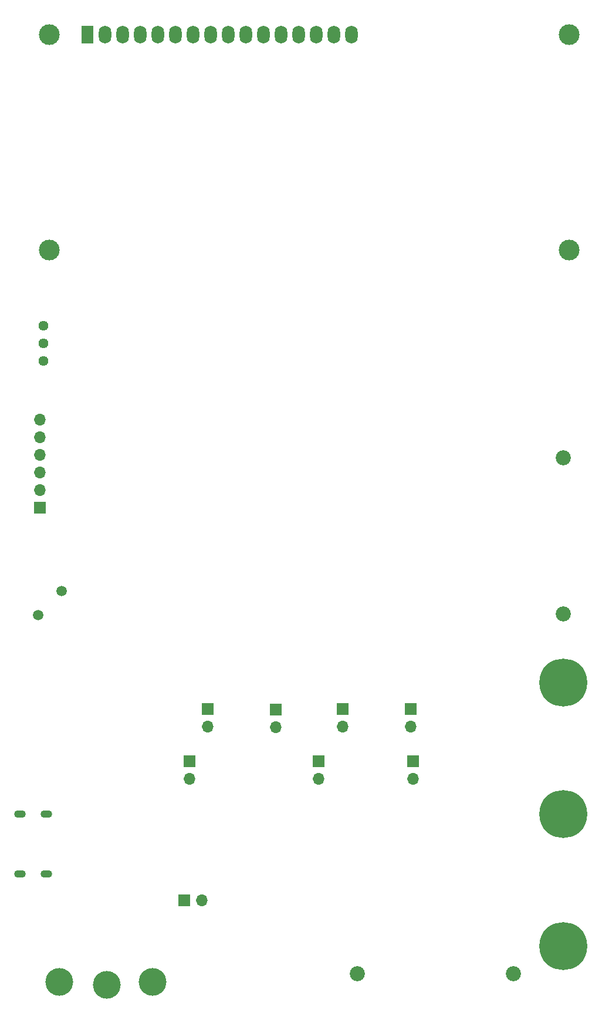
<source format=gbr>
%TF.GenerationSoftware,KiCad,Pcbnew,8.0.0*%
%TF.CreationDate,2025-03-31T17:33:55-04:00*%
%TF.ProjectId,oshe_dmm_project_v1,6f736865-5f64-46d6-9d5f-70726f6a6563,V1*%
%TF.SameCoordinates,Original*%
%TF.FileFunction,Soldermask,Bot*%
%TF.FilePolarity,Negative*%
%FSLAX46Y46*%
G04 Gerber Fmt 4.6, Leading zero omitted, Abs format (unit mm)*
G04 Created by KiCad (PCBNEW 8.0.0) date 2025-03-31 17:33:55*
%MOMM*%
%LPD*%
G01*
G04 APERTURE LIST*
%ADD10C,1.440000*%
%ADD11C,3.000000*%
%ADD12R,1.800000X2.600000*%
%ADD13O,1.800000X2.600000*%
%ADD14C,2.184000*%
%ADD15C,4.000000*%
%ADD16O,1.700000X1.100000*%
%ADD17R,1.700000X1.700000*%
%ADD18O,1.700000X1.700000*%
%ADD19C,6.918200*%
%ADD20C,1.500000*%
G04 APERTURE END LIST*
D10*
%TO.C,RV1*%
X126161400Y-133205800D03*
X126161400Y-130665800D03*
X126161400Y-128125800D03*
%TD*%
D11*
%TO.C,DS1*%
X126990900Y-86174500D03*
X126990900Y-117175200D03*
X201989480Y-117175200D03*
X201990000Y-86174500D03*
D12*
X132490000Y-86174500D03*
D13*
X135030000Y-86174500D03*
X137570000Y-86174500D03*
X140110000Y-86174500D03*
X142650000Y-86174500D03*
X145190000Y-86174500D03*
X147730000Y-86174500D03*
X150270000Y-86174500D03*
X152810000Y-86174500D03*
X155350000Y-86174500D03*
X157890000Y-86174500D03*
X160430000Y-86174500D03*
X162970000Y-86174500D03*
X165510000Y-86174500D03*
X168050000Y-86174500D03*
X170590000Y-86174500D03*
%TD*%
D14*
%TO.C,F2*%
X193977200Y-221572400D03*
X171477200Y-221572400D03*
%TD*%
D15*
%TO.C,BAT-1*%
X128447400Y-222766200D03*
%TD*%
D16*
%TO.C,J5*%
X126596000Y-198558000D03*
X122796000Y-198558000D03*
X126596000Y-207198000D03*
X122796000Y-207198000D03*
%TD*%
D15*
%TO.C,BAT+1*%
X141909400Y-222766200D03*
%TD*%
D17*
%TO.C,J1*%
X125608950Y-154414800D03*
D18*
X125608950Y-151874800D03*
X125608950Y-149334800D03*
X125608950Y-146794800D03*
X125608950Y-144254800D03*
X125608950Y-141714800D03*
%TD*%
D17*
%TO.C,J6*%
X146451000Y-211006000D03*
D18*
X148991000Y-211006000D03*
%TD*%
D17*
%TO.C,J10*%
X159634000Y-183467400D03*
D18*
X159634000Y-186007400D03*
%TD*%
D17*
%TO.C,J13*%
X179105600Y-183447000D03*
D18*
X179105600Y-185987000D03*
%TD*%
D14*
%TO.C,F1*%
X201116800Y-169678000D03*
X201116800Y-147178000D03*
%TD*%
D19*
%TO.C,J3*%
X201193000Y-198610000D03*
%TD*%
D20*
%TO.C,Y1*%
X125343389Y-169837812D03*
X128794070Y-166387131D03*
%TD*%
D17*
%TO.C,J7*%
X147218000Y-190990800D03*
D18*
X147218000Y-193530800D03*
%TD*%
D17*
%TO.C,J11*%
X179476000Y-190990800D03*
D18*
X179476000Y-193530800D03*
%TD*%
D17*
%TO.C,J12*%
X169365000Y-183447000D03*
D18*
X169365000Y-185987000D03*
%TD*%
D19*
%TO.C,J2*%
X201193000Y-179610000D03*
%TD*%
%TO.C,J4*%
X201193000Y-217610000D03*
%TD*%
D17*
%TO.C,J9*%
X165810800Y-190985800D03*
D18*
X165810800Y-193525800D03*
%TD*%
D17*
%TO.C,J8*%
X149885000Y-183442000D03*
D18*
X149885000Y-185982000D03*
%TD*%
D15*
%TO.C,Thermistor1*%
X135259400Y-223198000D03*
%TD*%
M02*

</source>
